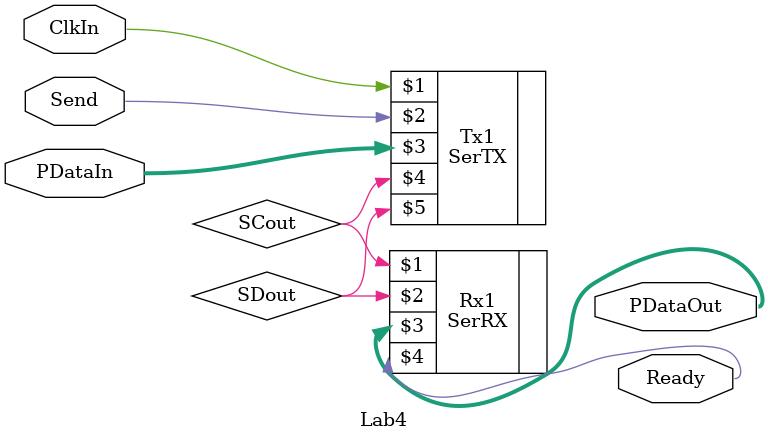
<source format=v>
module Lab4(ClkIn,PDataIn,PDataOut,Send,Ready);
input ClkIn,Send;
input [7:0] PDataIn;
output Ready;
output [7:0] PDataOut;
wire SCout,SDout;

SerTX Tx1(ClkIn,Send,PDataIn,SCout,SDout);
SerRX Rx1(SCout,SDout,PDataOut,Ready);
endmodule

</source>
